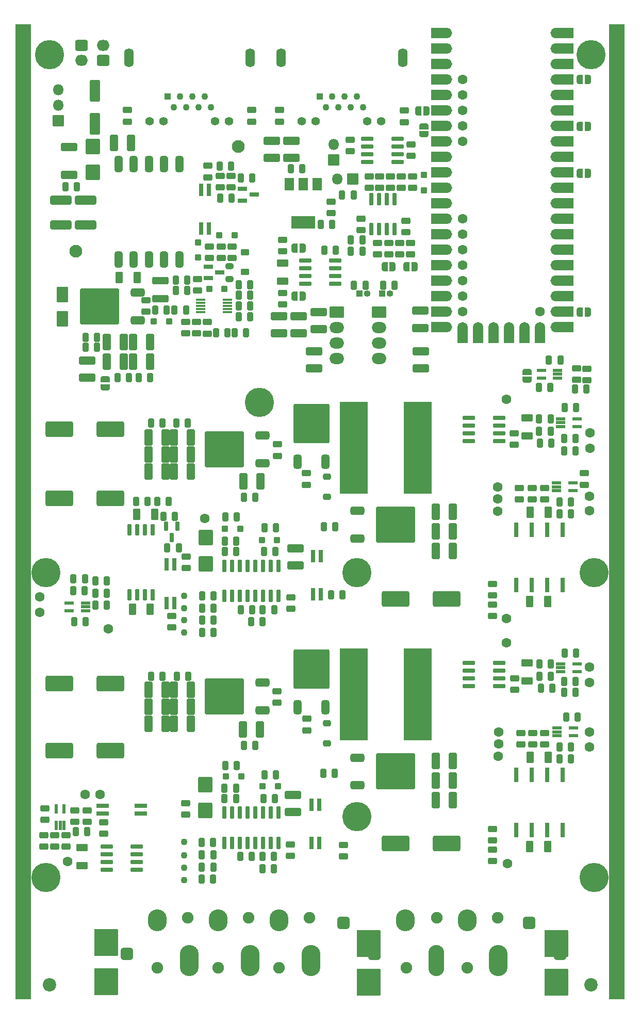
<source format=gts>
G04 #@! TF.GenerationSoftware,KiCad,Pcbnew,7.0.2-6a45011f42~172~ubuntu20.04.1*
G04 #@! TF.CreationDate,2023-06-13T08:46:41+02:00*
G04 #@! TF.ProjectId,Power,506f7765-722e-46b6-9963-61645f706362,rev?*
G04 #@! TF.SameCoordinates,Original*
G04 #@! TF.FileFunction,Soldermask,Top*
G04 #@! TF.FilePolarity,Negative*
%FSLAX46Y46*%
G04 Gerber Fmt 4.6, Leading zero omitted, Abs format (unit mm)*
G04 Created by KiCad (PCBNEW 7.0.2-6a45011f42~172~ubuntu20.04.1) date 2023-06-13 08:46:41*
%MOMM*%
%LPD*%
G01*
G04 APERTURE LIST*
G04 Aperture macros list*
%AMRoundRect*
0 Rectangle with rounded corners*
0 $1 Rounding radius*
0 $2 $3 $4 $5 $6 $7 $8 $9 X,Y pos of 4 corners*
0 Add a 4 corners polygon primitive as box body*
4,1,4,$2,$3,$4,$5,$6,$7,$8,$9,$2,$3,0*
0 Add four circle primitives for the rounded corners*
1,1,$1+$1,$2,$3*
1,1,$1+$1,$4,$5*
1,1,$1+$1,$6,$7*
1,1,$1+$1,$8,$9*
0 Add four rect primitives between the rounded corners*
20,1,$1+$1,$2,$3,$4,$5,0*
20,1,$1+$1,$4,$5,$6,$7,0*
20,1,$1+$1,$6,$7,$8,$9,0*
20,1,$1+$1,$8,$9,$2,$3,0*%
%AMFreePoly0*
4,1,35,0.535355,0.785355,0.550000,0.750000,0.550000,-0.750000,0.535355,-0.785355,0.500000,-0.800000,0.000000,-0.800000,-0.012286,-0.794911,-0.071157,-0.794911,-0.085244,-0.792886,-0.221795,-0.752791,-0.234740,-0.746879,-0.354462,-0.669938,-0.365217,-0.660618,-0.458414,-0.553063,-0.466109,-0.541091,-0.525228,-0.411637,-0.529237,-0.397982,-0.549491,-0.257116,-0.550000,-0.250000,-0.550000,0.250000,
-0.549491,0.257116,-0.529237,0.397982,-0.525228,0.411637,-0.466109,0.541091,-0.458414,0.553063,-0.365217,0.660618,-0.354462,0.669938,-0.234740,0.746879,-0.221795,0.752791,-0.085244,0.792886,-0.071157,0.794911,-0.012286,0.794911,0.000000,0.800000,0.500000,0.800000,0.535355,0.785355,0.535355,0.785355,$1*%
%AMFreePoly1*
4,1,35,0.012286,0.794911,0.071157,0.794911,0.085244,0.792886,0.221795,0.752791,0.234740,0.746879,0.354462,0.669938,0.365217,0.660618,0.458414,0.553063,0.466109,0.541091,0.525228,0.411637,0.529237,0.397982,0.549491,0.257116,0.550000,0.250000,0.550000,-0.250000,0.549491,-0.257116,0.529237,-0.397982,0.525228,-0.411637,0.466109,-0.541091,0.458414,-0.553063,0.365217,-0.660618,
0.354462,-0.669938,0.234740,-0.746879,0.221795,-0.752791,0.085244,-0.792886,0.071157,-0.794911,0.012286,-0.794911,0.000000,-0.800000,-0.500000,-0.800000,-0.535355,-0.785355,-0.550000,-0.750000,-0.550000,0.750000,-0.535355,0.785355,-0.500000,0.800000,0.000000,0.800000,0.012286,0.794911,0.012286,0.794911,$1*%
G04 Aperture macros list end*
%ADD10RoundRect,0.293750X0.243750X0.456250X-0.243750X0.456250X-0.243750X-0.456250X0.243750X-0.456250X0*%
%ADD11RoundRect,0.300000X0.375000X1.075000X-0.375000X1.075000X-0.375000X-1.075000X0.375000X-1.075000X0*%
%ADD12RoundRect,0.293750X-0.243750X-0.456250X0.243750X-0.456250X0.243750X0.456250X-0.243750X0.456250X0*%
%ADD13RoundRect,0.200000X0.150000X-0.825000X0.150000X0.825000X-0.150000X0.825000X-0.150000X-0.825000X0*%
%ADD14C,1.600000*%
%ADD15C,1.100000*%
%ADD16C,2.100000*%
%ADD17FreePoly0,0.000000*%
%ADD18FreePoly1,0.000000*%
%ADD19RoundRect,0.293750X0.456250X-0.243750X0.456250X0.243750X-0.456250X0.243750X-0.456250X-0.243750X0*%
%ADD20RoundRect,0.050000X-0.750000X-0.200000X0.750000X-0.200000X0.750000X0.200000X-0.750000X0.200000X0*%
%ADD21RoundRect,0.299999X1.450001X-0.450001X1.450001X0.450001X-1.450001X0.450001X-1.450001X-0.450001X0*%
%ADD22RoundRect,0.300000X-0.250000X0.250000X-0.250000X-0.250000X0.250000X-0.250000X0.250000X0.250000X0*%
%ADD23RoundRect,0.293750X-0.456250X0.243750X-0.456250X-0.243750X0.456250X-0.243750X0.456250X0.243750X0*%
%ADD24RoundRect,0.300000X0.350000X-0.850000X0.350000X0.850000X-0.350000X0.850000X-0.350000X-0.850000X0*%
%ADD25RoundRect,0.299997X2.650003X-2.950003X2.650003X2.950003X-2.650003X2.950003X-2.650003X-2.950003X0*%
%ADD26RoundRect,0.050000X0.700000X0.150000X-0.700000X0.150000X-0.700000X-0.150000X0.700000X-0.150000X0*%
%ADD27C,3.200000*%
%ADD28C,4.800000*%
%ADD29RoundRect,0.300000X-0.900000X1.000000X-0.900000X-1.000000X0.900000X-1.000000X0.900000X1.000000X0*%
%ADD30RoundRect,0.300000X1.950000X1.000000X-1.950000X1.000000X-1.950000X-1.000000X1.950000X-1.000000X0*%
%ADD31FreePoly0,270.000000*%
%ADD32FreePoly1,270.000000*%
%ADD33RoundRect,0.300000X1.075000X-0.362500X1.075000X0.362500X-1.075000X0.362500X-1.075000X-0.362500X0*%
%ADD34RoundRect,0.300000X0.850000X0.350000X-0.850000X0.350000X-0.850000X-0.350000X0.850000X-0.350000X0*%
%ADD35RoundRect,0.299997X2.950003X2.650003X-2.950003X2.650003X-2.950003X-2.650003X2.950003X-2.650003X0*%
%ADD36RoundRect,0.300000X-0.325000X-0.650000X0.325000X-0.650000X0.325000X0.650000X-0.325000X0.650000X0*%
%ADD37RoundRect,0.300000X1.075000X-0.375000X1.075000X0.375000X-1.075000X0.375000X-1.075000X-0.375000X0*%
%ADD38RoundRect,0.200000X-0.825000X-0.150000X0.825000X-0.150000X0.825000X0.150000X-0.825000X0.150000X0*%
%ADD39RoundRect,0.300000X0.250000X0.250000X-0.250000X0.250000X-0.250000X-0.250000X0.250000X-0.250000X0*%
%ADD40RoundRect,0.050000X0.750000X0.200000X-0.750000X0.200000X-0.750000X-0.200000X0.750000X-0.200000X0*%
%ADD41FreePoly0,90.000000*%
%ADD42FreePoly1,90.000000*%
%ADD43RoundRect,0.300000X-0.375000X-1.075000X0.375000X-1.075000X0.375000X1.075000X-0.375000X1.075000X0*%
%ADD44RoundRect,0.050000X-1.125000X0.875000X-1.125000X-0.875000X1.125000X-0.875000X1.125000X0.875000X0*%
%ADD45O,2.350000X1.850000*%
%ADD46RoundRect,0.300000X-0.250000X-0.250000X0.250000X-0.250000X0.250000X0.250000X-0.250000X0.250000X0*%
%ADD47RoundRect,0.300000X-0.650000X0.325000X-0.650000X-0.325000X0.650000X-0.325000X0.650000X0.325000X0*%
%ADD48RoundRect,0.300000X0.650000X-0.325000X0.650000X0.325000X-0.650000X0.325000X-0.650000X-0.325000X0*%
%ADD49RoundRect,0.050000X-0.500000X-0.500000X0.500000X-0.500000X0.500000X0.500000X-0.500000X0.500000X0*%
%ADD50C,1.400000*%
%ADD51O,1.600000X3.100000*%
%ADD52FreePoly0,180.000000*%
%ADD53FreePoly1,180.000000*%
%ADD54RoundRect,0.300000X-0.850000X-0.350000X0.850000X-0.350000X0.850000X0.350000X-0.850000X0.350000X0*%
%ADD55RoundRect,0.299997X-2.950003X-2.650003X2.950003X-2.650003X2.950003X2.650003X-2.950003X2.650003X0*%
%ADD56RoundRect,0.050000X-0.320000X1.000000X-0.320000X-1.000000X0.320000X-1.000000X0.320000X1.000000X0*%
%ADD57RoundRect,0.050000X1.000000X-0.800000X1.000000X0.800000X-1.000000X0.800000X-1.000000X-0.800000X0*%
%ADD58O,2.500000X1.700000*%
%ADD59RoundRect,0.050000X-1.000000X0.800000X-1.000000X-0.800000X1.000000X-0.800000X1.000000X0.800000X0*%
%ADD60RoundRect,0.050000X0.800000X1.000000X-0.800000X1.000000X-0.800000X-1.000000X0.800000X-1.000000X0*%
%ADD61O,1.700000X2.500000*%
%ADD62RoundRect,0.300000X-1.075000X0.312500X-1.075000X-0.312500X1.075000X-0.312500X1.075000X0.312500X0*%
%ADD63RoundRect,0.050000X-0.850000X0.850000X-0.850000X-0.850000X0.850000X-0.850000X0.850000X0.850000X0*%
%ADD64O,1.800000X1.800000*%
%ADD65RoundRect,0.200000X0.825000X0.150000X-0.825000X0.150000X-0.825000X-0.150000X0.825000X-0.150000X0*%
%ADD66RoundRect,0.300000X0.550000X-1.500000X0.550000X1.500000X-0.550000X1.500000X-0.550000X-1.500000X0*%
%ADD67RoundRect,0.200000X-0.150000X0.587500X-0.150000X-0.587500X0.150000X-0.587500X0.150000X0.587500X0*%
%ADD68RoundRect,0.300000X-0.750000X0.600000X-0.750000X-0.600000X0.750000X-0.600000X0.750000X0.600000X0*%
%ADD69O,2.100000X1.800000*%
%ADD70RoundRect,0.300000X-1.075000X0.375000X-1.075000X-0.375000X1.075000X-0.375000X1.075000X0.375000X0*%
%ADD71RoundRect,0.050000X-1.905000X2.120000X-1.905000X-2.120000X1.905000X-2.120000X1.905000X2.120000X0*%
%ADD72RoundRect,0.200000X-0.150000X0.825000X-0.150000X-0.825000X0.150000X-0.825000X0.150000X0.825000X0*%
%ADD73RoundRect,0.300000X0.750000X-0.600000X0.750000X0.600000X-0.750000X0.600000X-0.750000X-0.600000X0*%
%ADD74RoundRect,0.212500X0.162500X-1.012500X0.162500X1.012500X-0.162500X1.012500X-0.162500X-1.012500X0*%
%ADD75RoundRect,0.050000X0.320000X-1.000000X0.320000X1.000000X-0.320000X1.000000X-0.320000X-1.000000X0*%
%ADD76RoundRect,0.268750X0.381250X-0.218750X0.381250X0.218750X-0.381250X0.218750X-0.381250X-0.218750X0*%
%ADD77RoundRect,0.200000X-0.150000X0.750000X-0.150000X-0.750000X0.150000X-0.750000X0.150000X0.750000X0*%
%ADD78RoundRect,0.050000X1.905000X-2.120000X1.905000X2.120000X-1.905000X2.120000X-1.905000X-2.120000X0*%
%ADD79RoundRect,0.300000X0.250000X-0.250000X0.250000X0.250000X-0.250000X0.250000X-0.250000X-0.250000X0*%
%ADD80RoundRect,0.200000X-0.587500X-0.150000X0.587500X-0.150000X0.587500X0.150000X-0.587500X0.150000X0*%
%ADD81RoundRect,0.300000X0.325000X0.650000X-0.325000X0.650000X-0.325000X-0.650000X0.325000X-0.650000X0*%
%ADD82RoundRect,0.050000X-0.600000X0.450000X-0.600000X-0.450000X0.600000X-0.450000X0.600000X0.450000X0*%
%ADD83RoundRect,0.275000X0.375000X-0.225000X0.375000X0.225000X-0.375000X0.225000X-0.375000X-0.225000X0*%
%ADD84C,0.900000*%
%ADD85RoundRect,0.050000X-1.250000X-80.000000X1.250000X-80.000000X1.250000X80.000000X-1.250000X80.000000X0*%
%ADD86RoundRect,0.050000X0.850000X0.850000X-0.850000X0.850000X-0.850000X-0.850000X0.850000X-0.850000X0*%
%ADD87RoundRect,0.050000X-2.250000X7.500000X-2.250000X-7.500000X2.250000X-7.500000X2.250000X7.500000X0*%
%ADD88RoundRect,0.050000X-1.000000X-0.320000X1.000000X-0.320000X1.000000X0.320000X-1.000000X0.320000X0*%
%ADD89C,2.200000*%
%ADD90RoundRect,0.550000X0.500000X0.500000X-0.500000X0.500000X-0.500000X-0.500000X0.500000X-0.500000X0*%
%ADD91C,1.903400*%
%ADD92O,3.100000X3.600000*%
%ADD93O,3.100000X5.100000*%
%ADD94O,2.600000X5.100000*%
%ADD95RoundRect,0.050000X0.200000X-0.750000X0.200000X0.750000X-0.200000X0.750000X-0.200000X-0.750000X0*%
%ADD96RoundRect,0.355000X-0.305000X-0.965000X0.305000X-0.965000X0.305000X0.965000X-0.305000X0.965000X0*%
%ADD97RoundRect,0.300000X0.650000X-1.000000X0.650000X1.000000X-0.650000X1.000000X-0.650000X-1.000000X0*%
%ADD98RoundRect,0.050000X-0.750000X1.000000X-0.750000X-1.000000X0.750000X-1.000000X0.750000X1.000000X0*%
%ADD99RoundRect,0.050000X-1.900000X1.000000X-1.900000X-1.000000X1.900000X-1.000000X1.900000X1.000000X0*%
%ADD100RoundRect,0.050000X-0.500000X0.500000X-0.500000X-0.500000X0.500000X-0.500000X0.500000X0.500000X0*%
%ADD101O,1.100000X1.100000*%
G04 APERTURE END LIST*
D10*
G04 #@! TO.C,C532*
X129805500Y-81600000D03*
X127930500Y-81600000D03*
G04 #@! TD*
D11*
G04 #@! TO.C,C329*
X66600000Y-131200000D03*
X63800000Y-131200000D03*
G04 #@! TD*
D12*
G04 #@! TO.C,C103*
X51662500Y-120000000D03*
X53537500Y-120000000D03*
G04 #@! TD*
D11*
G04 #@! TO.C,C309*
X113778750Y-142900000D03*
X110978750Y-142900000D03*
G04 #@! TD*
D10*
G04 #@! TO.C,R307*
X84390000Y-158542500D03*
X82515000Y-158542500D03*
G04 #@! TD*
D13*
G04 #@! TO.C,U203*
X76315000Y-115812500D03*
X77585000Y-115812500D03*
X78855000Y-115812500D03*
X80125000Y-115812500D03*
X81395000Y-115812500D03*
X82665000Y-115812500D03*
X83935000Y-115812500D03*
X85205000Y-115812500D03*
X85205000Y-110862500D03*
X83935000Y-110862500D03*
X82665000Y-110862500D03*
X81395000Y-110862500D03*
X80125000Y-110862500D03*
X78855000Y-110862500D03*
X77585000Y-110862500D03*
X76315000Y-110862500D03*
G04 #@! TD*
D10*
G04 #@! TO.C,R419*
X98937500Y-57400000D03*
X97062500Y-57400000D03*
G04 #@! TD*
D14*
G04 #@! TO.C,TP104*
X55880000Y-148400000D03*
G04 #@! TD*
D12*
G04 #@! TO.C,C505*
X78662500Y-66450000D03*
X80537500Y-66450000D03*
G04 #@! TD*
D15*
G04 #@! TO.C,TP311*
X69650000Y-160400000D03*
G04 #@! TD*
D16*
G04 #@! TO.C,VOUT_GND501*
X78550000Y-42000000D03*
G04 #@! TD*
D17*
G04 #@! TO.C,JP417*
X134650000Y-38700000D03*
D18*
X135950000Y-38700000D03*
G04 #@! TD*
D19*
G04 #@! TO.C,R326*
X56450000Y-154837500D03*
X56450000Y-152962500D03*
G04 #@! TD*
D20*
G04 #@! TO.C,U305*
X131520000Y-126917500D03*
X131520000Y-127567500D03*
X131520000Y-128217500D03*
X134180000Y-128217500D03*
X134180000Y-126917500D03*
G04 #@! TD*
D21*
G04 #@! TO.C,C512*
X53500000Y-54940000D03*
X53500000Y-50840000D03*
G04 #@! TD*
D22*
G04 #@! TO.C,D403*
X109050000Y-46700000D03*
X109050000Y-49200000D03*
G04 #@! TD*
D11*
G04 #@! TO.C,C209*
X113825000Y-102012500D03*
X111025000Y-102012500D03*
G04 #@! TD*
D12*
G04 #@! TO.C,C316*
X82702500Y-149030000D03*
X84577500Y-149030000D03*
G04 #@! TD*
D23*
G04 #@! TO.C,C402*
X106850000Y-57862500D03*
X106850000Y-59737500D03*
G04 #@! TD*
D24*
G04 #@! TO.C,Q302*
X88300000Y-134100000D03*
D25*
X90580000Y-127800000D03*
D24*
X92860000Y-134100000D03*
G04 #@! TD*
D23*
G04 #@! TO.C,C117*
X46850000Y-150662500D03*
X46850000Y-152537500D03*
G04 #@! TD*
D10*
G04 #@! TO.C,C208*
X74500000Y-121800000D03*
X72625000Y-121800000D03*
G04 #@! TD*
D26*
G04 #@! TO.C,U501*
X76800000Y-69200000D03*
X76800000Y-68700000D03*
X76800000Y-68200000D03*
X76800000Y-67700000D03*
X76800000Y-67200000D03*
X72400000Y-67200000D03*
X72400000Y-67700000D03*
X72400000Y-68200000D03*
X72400000Y-68700000D03*
X72400000Y-69200000D03*
G04 #@! TD*
D27*
G04 #@! TO.C,H101*
X137000000Y-162000000D03*
D28*
X137000000Y-162000000D03*
G04 #@! TD*
D19*
G04 #@! TO.C,R324*
X95800000Y-158537500D03*
X95800000Y-156662500D03*
G04 #@! TD*
D23*
G04 #@! TO.C,R514*
X75587500Y-46865000D03*
X75587500Y-48740000D03*
G04 #@! TD*
D29*
G04 #@! TO.C,D201*
X73200000Y-106250000D03*
X73200000Y-110550000D03*
G04 #@! TD*
D23*
G04 #@! TO.C,R303*
X120315000Y-157442500D03*
X120315000Y-159317500D03*
G04 #@! TD*
D14*
G04 #@! TO.C,TP307*
X121250000Y-142100000D03*
G04 #@! TD*
D30*
G04 #@! TO.C,C330*
X57600000Y-141200000D03*
X49200000Y-141200000D03*
G04 #@! TD*
D31*
G04 #@! TO.C,JP502*
X126000000Y-79000000D03*
D32*
X126000000Y-80300000D03*
G04 #@! TD*
D15*
G04 #@! TO.C,TP310*
X69650000Y-158400000D03*
G04 #@! TD*
D33*
G04 #@! TO.C,R513*
X50750000Y-46712500D03*
X50750000Y-42087500D03*
G04 #@! TD*
D11*
G04 #@! TO.C,C324*
X70800000Y-136800000D03*
X68000000Y-136800000D03*
G04 #@! TD*
D15*
G04 #@! TO.C,TP312*
X69650000Y-162400000D03*
G04 #@! TD*
D12*
G04 #@! TO.C,R316*
X82862500Y-145200000D03*
X84737500Y-145200000D03*
G04 #@! TD*
D34*
G04 #@! TO.C,Q502*
X62065000Y-70580000D03*
D35*
X55765000Y-68300000D03*
D34*
X62065000Y-66020000D03*
G04 #@! TD*
D14*
G04 #@! TO.C,TP304*
X136250000Y-127460000D03*
G04 #@! TD*
D30*
G04 #@! TO.C,C203*
X112800000Y-116300000D03*
X104400000Y-116300000D03*
G04 #@! TD*
D12*
G04 #@! TO.C,R213*
X131308750Y-100337500D03*
X133183750Y-100337500D03*
G04 #@! TD*
D23*
G04 #@! TO.C,R415*
X101450000Y-57862500D03*
X101450000Y-59737500D03*
G04 #@! TD*
D12*
G04 #@! TO.C,R318*
X128252500Y-130967500D03*
X130127500Y-130967500D03*
G04 #@! TD*
D10*
G04 #@! TO.C,R410*
X97487500Y-50000000D03*
X95612500Y-50000000D03*
G04 #@! TD*
D36*
G04 #@! TO.C,C304*
X126496250Y-142305000D03*
X129446250Y-142305000D03*
G04 #@! TD*
D37*
G04 #@! TO.C,C524*
X91000000Y-78450000D03*
X91000000Y-75650000D03*
G04 #@! TD*
D27*
G04 #@! TO.C,H107*
X47550000Y-27000000D03*
D28*
X47550000Y-27000000D03*
G04 #@! TD*
D14*
G04 #@! TO.C,TP305*
X121280000Y-138100000D03*
G04 #@! TD*
D27*
G04 #@! TO.C,H104*
X47000000Y-112000000D03*
D28*
X47000000Y-112000000D03*
G04 #@! TD*
D23*
G04 #@! TO.C,C508*
X69950000Y-70815000D03*
X69950000Y-72690000D03*
G04 #@! TD*
D19*
G04 #@! TO.C,R116*
X51731250Y-152837500D03*
X51731250Y-150962500D03*
G04 #@! TD*
D12*
G04 #@! TO.C,R204*
X72650000Y-117800000D03*
X74525000Y-117800000D03*
G04 #@! TD*
D37*
G04 #@! TO.C,C526*
X108500000Y-78450000D03*
X108500000Y-75650000D03*
G04 #@! TD*
D38*
G04 #@! TO.C,U302*
X116425000Y-126812500D03*
X116425000Y-128082500D03*
X116425000Y-129352500D03*
X116425000Y-130622500D03*
X121375000Y-130622500D03*
X121375000Y-129352500D03*
X121375000Y-128082500D03*
X121375000Y-126812500D03*
G04 #@! TD*
D13*
G04 #@! TO.C,U303*
X76255000Y-156305000D03*
X77525000Y-156305000D03*
X78795000Y-156305000D03*
X80065000Y-156305000D03*
X81335000Y-156305000D03*
X82605000Y-156305000D03*
X83875000Y-156305000D03*
X85145000Y-156305000D03*
X85145000Y-151355000D03*
X83875000Y-151355000D03*
X82605000Y-151355000D03*
X81335000Y-151355000D03*
X80065000Y-151355000D03*
X78795000Y-151355000D03*
X77525000Y-151355000D03*
X76255000Y-151355000D03*
G04 #@! TD*
D19*
G04 #@! TO.C,R512*
X73850000Y-60337500D03*
X73850000Y-58462500D03*
G04 #@! TD*
D39*
G04 #@! TO.C,D505*
X77950000Y-56600000D03*
X75450000Y-56600000D03*
G04 #@! TD*
D40*
G04 #@! TO.C,U506*
X131000000Y-80050000D03*
X131000000Y-79400000D03*
X131000000Y-78750000D03*
X128340000Y-78750000D03*
X128340000Y-80050000D03*
G04 #@! TD*
D14*
G04 #@! TO.C,TP202*
X136250000Y-99400000D03*
G04 #@! TD*
D23*
G04 #@! TO.C,R203*
X120290000Y-117225000D03*
X120290000Y-119100000D03*
G04 #@! TD*
G04 #@! TO.C,C531*
X135800000Y-78500000D03*
X135800000Y-80375000D03*
G04 #@! TD*
D41*
G04 #@! TO.C,JP404*
X109050000Y-40000000D03*
D42*
X109050000Y-38700000D03*
G04 #@! TD*
D11*
G04 #@! TO.C,C312*
X113778750Y-149300000D03*
X110978750Y-149300000D03*
G04 #@! TD*
D43*
G04 #@! TO.C,C223*
X79400000Y-97000000D03*
X82200000Y-97000000D03*
G04 #@! TD*
D11*
G04 #@! TO.C,C327*
X66600000Y-134000000D03*
X63800000Y-134000000D03*
G04 #@! TD*
D23*
G04 #@! TO.C,R413*
X100050000Y-46925000D03*
X100050000Y-48800000D03*
G04 #@! TD*
D44*
G04 #@! TO.C,PS502*
X101657500Y-69180000D03*
D45*
X101657500Y-71720000D03*
X101657500Y-74260000D03*
X101657500Y-76800000D03*
G04 #@! TD*
D23*
G04 #@! TO.C,R420*
X98750000Y-53862500D03*
X98750000Y-55737500D03*
G04 #@! TD*
G04 #@! TO.C,C413*
X106053125Y-54212500D03*
X106053125Y-56087500D03*
G04 #@! TD*
D10*
G04 #@! TO.C,R225*
X94462500Y-104450000D03*
X92587500Y-104450000D03*
G04 #@! TD*
G04 #@! TO.C,R206*
X66137500Y-87400000D03*
X64262500Y-87400000D03*
G04 #@! TD*
D12*
G04 #@! TO.C,R218*
X128077500Y-90750000D03*
X129952500Y-90750000D03*
G04 #@! TD*
D30*
G04 #@! TO.C,C231*
X57600000Y-99800000D03*
X49200000Y-99800000D03*
G04 #@! TD*
D12*
G04 #@! TO.C,C219*
X76372500Y-106800000D03*
X78247500Y-106800000D03*
G04 #@! TD*
D46*
G04 #@! TO.C,D303*
X82550000Y-147000000D03*
X85050000Y-147000000D03*
G04 #@! TD*
D47*
G04 #@! TO.C,C124*
X52950000Y-157100000D03*
X52950000Y-160050000D03*
G04 #@! TD*
D48*
G04 #@! TO.C,C314*
X126002500Y-129742500D03*
X126002500Y-126792500D03*
G04 #@! TD*
D14*
G04 #@! TO.C,TP103*
X53390000Y-148400000D03*
G04 #@! TD*
D30*
G04 #@! TO.C,C230*
X57600000Y-88400000D03*
X49200000Y-88400000D03*
G04 #@! TD*
D43*
G04 #@! TO.C,C518*
X61300000Y-77300000D03*
X64100000Y-77300000D03*
G04 #@! TD*
D49*
G04 #@! TO.C,J404*
X91950000Y-33850000D03*
D15*
X92966000Y-35630000D03*
X93982000Y-33850000D03*
X94998000Y-35630000D03*
X96014000Y-33850000D03*
X97030000Y-35630000D03*
X98046000Y-33850000D03*
X99062000Y-35630000D03*
D50*
X88965500Y-37914000D03*
X91251500Y-37914000D03*
X99760500Y-37914000D03*
X102046500Y-37914000D03*
D51*
X85600000Y-27500000D03*
X105539000Y-27500000D03*
G04 #@! TD*
D29*
G04 #@! TO.C,D507*
X54650000Y-42000000D03*
X54650000Y-46300000D03*
G04 #@! TD*
D14*
G04 #@! TO.C,TP309*
X122750000Y-159700000D03*
G04 #@! TD*
D19*
G04 #@! TO.C,R209*
X128850000Y-99962500D03*
X128850000Y-98087500D03*
G04 #@! TD*
G04 #@! TO.C,R320*
X89800000Y-137837500D03*
X89800000Y-135962500D03*
G04 #@! TD*
G04 #@! TO.C,R417*
X101750000Y-48800000D03*
X101750000Y-46925000D03*
G04 #@! TD*
G04 #@! TO.C,R310*
X124950000Y-140180000D03*
X124950000Y-138305000D03*
G04 #@! TD*
D12*
G04 #@! TO.C,R503*
X78662500Y-68200000D03*
X80537500Y-68200000D03*
G04 #@! TD*
D52*
G04 #@! TO.C,JP412*
X135950000Y-69200000D03*
D53*
X134650000Y-69200000D03*
G04 #@! TD*
D12*
G04 #@! TO.C,R217*
X127962500Y-88750000D03*
X129837500Y-88750000D03*
G04 #@! TD*
D54*
G04 #@! TO.C,Q303*
X98125000Y-142325000D03*
D55*
X104425000Y-144605000D03*
D54*
X98125000Y-146885000D03*
G04 #@! TD*
D17*
G04 #@! TO.C,JP414*
X134650000Y-31000000D03*
D18*
X135950000Y-31000000D03*
G04 #@! TD*
D12*
G04 #@! TO.C,NTC501*
X78662500Y-64700000D03*
X80537500Y-64700000D03*
G04 #@! TD*
D23*
G04 #@! TO.C,R401*
X96950000Y-40905000D03*
X96950000Y-42780000D03*
G04 #@! TD*
D56*
G04 #@! TO.C,U502*
X73735000Y-49165000D03*
X72465000Y-49165000D03*
X72465000Y-55465000D03*
X73735000Y-55465000D03*
G04 #@! TD*
D23*
G04 #@! TO.C,R405*
X85350000Y-36062500D03*
X85350000Y-37937500D03*
G04 #@! TD*
D37*
G04 #@! TO.C,F501*
X84100000Y-43900000D03*
X84100000Y-41100000D03*
G04 #@! TD*
D12*
G04 #@! TO.C,C311*
X82552500Y-160542500D03*
X84427500Y-160542500D03*
G04 #@! TD*
D57*
G04 #@! TO.C,U401*
X111270000Y-23440000D03*
D58*
X112470000Y-23440000D03*
D57*
X111270000Y-25980000D03*
D58*
X112470000Y-25980000D03*
D57*
X111270000Y-28520000D03*
D58*
X112470000Y-28520000D03*
D57*
X111270000Y-31060000D03*
D58*
X112470000Y-31060000D03*
D57*
X111270000Y-33600000D03*
D58*
X112470000Y-33600000D03*
D57*
X111270000Y-36140000D03*
D58*
X112470000Y-36140000D03*
D57*
X111270000Y-38680000D03*
D58*
X112470000Y-38680000D03*
D57*
X111270000Y-41220000D03*
D58*
X112470000Y-41220000D03*
D57*
X111270000Y-43760000D03*
D58*
X112470000Y-43760000D03*
D57*
X111270000Y-46300000D03*
D58*
X112470000Y-46300000D03*
D57*
X111270000Y-48840000D03*
D58*
X112470000Y-48840000D03*
D57*
X111270000Y-51380000D03*
D58*
X112470000Y-51380000D03*
D57*
X111270000Y-53920000D03*
D58*
X112470000Y-53920000D03*
D57*
X111270000Y-56460000D03*
D58*
X112470000Y-56460000D03*
D57*
X111270000Y-59000000D03*
D58*
X112470000Y-59000000D03*
D57*
X111270000Y-61540000D03*
D58*
X112470000Y-61540000D03*
D57*
X111270000Y-64080000D03*
D58*
X112470000Y-64080000D03*
D57*
X111270000Y-66620000D03*
D58*
X112470000Y-66620000D03*
D57*
X111260000Y-69160000D03*
D58*
X112470000Y-69160000D03*
D57*
X111260000Y-71700000D03*
D58*
X112470000Y-71700000D03*
X131050000Y-71700000D03*
D59*
X132600000Y-71700000D03*
D58*
X131050000Y-69160000D03*
D59*
X132600000Y-69160000D03*
D58*
X131050000Y-66620000D03*
D59*
X132600000Y-66620000D03*
D58*
X131050000Y-64080000D03*
D59*
X132600000Y-64080000D03*
D58*
X131050000Y-61540000D03*
D59*
X132600000Y-61540000D03*
D58*
X131050000Y-59000000D03*
D59*
X132600000Y-59000000D03*
D58*
X131050000Y-56460000D03*
D59*
X132600000Y-56460000D03*
D58*
X131050000Y-53920000D03*
D59*
X132600000Y-53920000D03*
D58*
X131050000Y-51380000D03*
D59*
X132600000Y-51380000D03*
D58*
X131050000Y-48840000D03*
D59*
X132600000Y-48840000D03*
D58*
X131050000Y-46300000D03*
D59*
X132600000Y-46300000D03*
D58*
X131050000Y-43760000D03*
D59*
X132600000Y-43760000D03*
D58*
X131050000Y-41220000D03*
D59*
X132600000Y-41220000D03*
D58*
X131050000Y-38680000D03*
D59*
X132600000Y-38680000D03*
D58*
X131050000Y-36140000D03*
D59*
X132600000Y-36140000D03*
D58*
X131050000Y-33600000D03*
D59*
X132600000Y-33600000D03*
D58*
X131050000Y-31060000D03*
D59*
X132600000Y-31060000D03*
D58*
X131050000Y-28520000D03*
D59*
X132600000Y-28520000D03*
D58*
X131050000Y-25980000D03*
D59*
X132600000Y-25980000D03*
D58*
X131050000Y-23440000D03*
D59*
X132600000Y-23440000D03*
D14*
X115410000Y-31060000D03*
X115410000Y-33600000D03*
X115410000Y-36140000D03*
X115410000Y-38680000D03*
X115410000Y-41220000D03*
X115410000Y-53920000D03*
X115410000Y-56460000D03*
X115410000Y-59000000D03*
X115410000Y-61540000D03*
X115410000Y-64080000D03*
X115410000Y-66620000D03*
X115410000Y-69160000D03*
D60*
X115410000Y-73300000D03*
D61*
X115410000Y-72100000D03*
D60*
X117950000Y-73300000D03*
D61*
X117950000Y-72100000D03*
D60*
X120490000Y-73300000D03*
D61*
X120490000Y-72100000D03*
D60*
X123030000Y-73300000D03*
D61*
X123030000Y-72100000D03*
D60*
X125570000Y-73300000D03*
D61*
X125570000Y-72100000D03*
D60*
X128110000Y-73300000D03*
D61*
X128110000Y-72100000D03*
D14*
X128110000Y-69160000D03*
G04 #@! TD*
D62*
G04 #@! TO.C,R510*
X65800000Y-64077500D03*
X65800000Y-67002500D03*
G04 #@! TD*
D63*
G04 #@! TO.C,JP403*
X97350000Y-47400000D03*
D64*
X94810000Y-47400000D03*
G04 #@! TD*
D65*
G04 #@! TO.C,U405*
X94500000Y-64550000D03*
X94500000Y-63280000D03*
X94500000Y-62010000D03*
X94500000Y-60740000D03*
X89550000Y-60740000D03*
X89550000Y-62010000D03*
X89550000Y-63280000D03*
X89550000Y-64550000D03*
G04 #@! TD*
D19*
G04 #@! TO.C,R308*
X126871250Y-140180000D03*
X126871250Y-138305000D03*
G04 #@! TD*
G04 #@! TO.C,R208*
X126846250Y-99962500D03*
X126846250Y-98087500D03*
G04 #@! TD*
D10*
G04 #@! TO.C,R104*
X56987500Y-113325000D03*
X55112500Y-113325000D03*
G04 #@! TD*
D14*
G04 #@! TO.C,TP205*
X121150000Y-97900000D03*
G04 #@! TD*
D23*
G04 #@! TO.C,R411*
X85825000Y-66080000D03*
X85825000Y-67955000D03*
G04 #@! TD*
D27*
G04 #@! TO.C,H108*
X136450000Y-27000000D03*
D28*
X136450000Y-27000000D03*
G04 #@! TD*
D12*
G04 #@! TO.C,C525*
X66912500Y-107900000D03*
X68787500Y-107900000D03*
G04 #@! TD*
D11*
G04 #@! TO.C,C229*
X66600000Y-89800000D03*
X63800000Y-89800000D03*
G04 #@! TD*
D10*
G04 #@! TO.C,R111*
X53787500Y-154500000D03*
X51912500Y-154500000D03*
G04 #@! TD*
D12*
G04 #@! TO.C,R323*
X132077500Y-129800000D03*
X133952500Y-129800000D03*
G04 #@! TD*
D66*
G04 #@! TO.C,C521*
X55050000Y-38300000D03*
X55050000Y-32900000D03*
G04 #@! TD*
D67*
G04 #@! TO.C,U504*
X68600000Y-104362500D03*
X66700000Y-104362500D03*
X67650000Y-106237500D03*
G04 #@! TD*
D12*
G04 #@! TO.C,C215*
X131308750Y-102312500D03*
X133183750Y-102312500D03*
G04 #@! TD*
D10*
G04 #@! TO.C,R118*
X63682500Y-100300000D03*
X61807500Y-100300000D03*
G04 #@! TD*
D12*
G04 #@! TO.C,R305*
X72590000Y-160292500D03*
X74465000Y-160292500D03*
G04 #@! TD*
G04 #@! TO.C,R317*
X128012500Y-128967500D03*
X129887500Y-128967500D03*
G04 #@! TD*
G04 #@! TO.C,C302*
X78927500Y-158542500D03*
X80802500Y-158542500D03*
G04 #@! TD*
D19*
G04 #@! TO.C,R511*
X75750000Y-60337500D03*
X75750000Y-58462500D03*
G04 #@! TD*
G04 #@! TO.C,C507*
X71850000Y-65637500D03*
X71850000Y-63762500D03*
G04 #@! TD*
D12*
G04 #@! TO.C,R520*
X133862500Y-81800000D03*
X135737500Y-81800000D03*
G04 #@! TD*
D36*
G04 #@! TO.C,C201*
X126371250Y-116687500D03*
X129321250Y-116687500D03*
G04 #@! TD*
D12*
G04 #@! TO.C,C315*
X131333750Y-142530000D03*
X133208750Y-142530000D03*
G04 #@! TD*
D68*
G04 #@! TO.C,J501*
X52800000Y-25400000D03*
D69*
X52800000Y-27900000D03*
G04 #@! TD*
D70*
G04 #@! TO.C,C218*
X88000000Y-108000000D03*
X88000000Y-110800000D03*
G04 #@! TD*
D11*
G04 #@! TO.C,C227*
X66600000Y-92600000D03*
X63800000Y-92600000D03*
G04 #@! TD*
D71*
G04 #@! TO.C,F101*
X100000000Y-172810000D03*
X100000000Y-179190000D03*
G04 #@! TD*
D11*
G04 #@! TO.C,C206*
X113825000Y-105212500D03*
X111025000Y-105212500D03*
G04 #@! TD*
D19*
G04 #@! TO.C,R226*
X67650000Y-120937500D03*
X67650000Y-119062500D03*
G04 #@! TD*
D23*
G04 #@! TO.C,C123*
X50250000Y-155062500D03*
X50250000Y-156937500D03*
G04 #@! TD*
D14*
G04 #@! TO.C,TP208*
X122550000Y-83500000D03*
G04 #@! TD*
D72*
G04 #@! TO.C,U406*
X104190000Y-50662500D03*
X102920000Y-50662500D03*
X101650000Y-50662500D03*
X100380000Y-50662500D03*
X100380000Y-55612500D03*
X101650000Y-55612500D03*
X102920000Y-55612500D03*
X104190000Y-55612500D03*
G04 #@! TD*
D10*
G04 #@! TO.C,C220*
X134015000Y-84900000D03*
X132140000Y-84900000D03*
G04 #@! TD*
D40*
G04 #@! TO.C,U102*
X53480000Y-118225000D03*
X53480000Y-117575000D03*
X53480000Y-116925000D03*
X50820000Y-116925000D03*
X50820000Y-118225000D03*
G04 #@! TD*
D12*
G04 #@! TO.C,R304*
X72590000Y-158292500D03*
X74465000Y-158292500D03*
G04 #@! TD*
D14*
G04 #@! TO.C,TP301*
X136250000Y-140600000D03*
G04 #@! TD*
D29*
G04 #@! TO.C,D301*
X73140000Y-146742500D03*
X73140000Y-151042500D03*
G04 #@! TD*
D73*
G04 #@! TO.C,J502*
X56400000Y-27900000D03*
D69*
X56400000Y-25400000D03*
G04 #@! TD*
D44*
G04 #@! TO.C,PS501*
X94750000Y-69180000D03*
D45*
X94750000Y-71720000D03*
X94750000Y-74260000D03*
X94750000Y-76800000D03*
G04 #@! TD*
D10*
G04 #@! TO.C,R502*
X76800000Y-72600000D03*
X74925000Y-72600000D03*
G04 #@! TD*
D11*
G04 #@! TO.C,C328*
X70800000Y-131200000D03*
X68000000Y-131200000D03*
G04 #@! TD*
D14*
G04 #@! TO.C,TP101*
X46000000Y-118500000D03*
G04 #@! TD*
D19*
G04 #@! TO.C,C310*
X123902500Y-131205000D03*
X123902500Y-129330000D03*
G04 #@! TD*
D12*
G04 #@! TO.C,C527*
X87212500Y-45700000D03*
X89087500Y-45700000D03*
G04 #@! TD*
D19*
G04 #@! TO.C,R220*
X89700000Y-97537500D03*
X89700000Y-95662500D03*
G04 #@! TD*
D11*
G04 #@! TO.C,C326*
X70800000Y-134000000D03*
X68000000Y-134000000D03*
G04 #@! TD*
D10*
G04 #@! TO.C,R506*
X70212500Y-64002500D03*
X68337500Y-64002500D03*
G04 #@! TD*
D46*
G04 #@! TO.C,D202*
X76400000Y-104800000D03*
X78900000Y-104800000D03*
G04 #@! TD*
D14*
G04 #@! TO.C,TP303*
X136250000Y-130000000D03*
G04 #@! TD*
D12*
G04 #@! TO.C,C519*
X58762500Y-80000000D03*
X60637500Y-80000000D03*
G04 #@! TD*
G04 #@! TO.C,R105*
X55112500Y-117325000D03*
X56987500Y-117325000D03*
G04 #@! TD*
D43*
G04 #@! TO.C,C515*
X58125000Y-41440000D03*
X60925000Y-41440000D03*
G04 #@! TD*
D30*
G04 #@! TO.C,C331*
X57600000Y-130200000D03*
X49200000Y-130200000D03*
G04 #@! TD*
D12*
G04 #@! TO.C,C319*
X76312500Y-147400000D03*
X78187500Y-147400000D03*
G04 #@! TD*
D14*
G04 #@! TO.C,TP201*
X136250000Y-101800000D03*
G04 #@! TD*
G04 #@! TO.C,TP302*
X136250000Y-138160000D03*
G04 #@! TD*
D12*
G04 #@! TO.C,C222*
X79462500Y-99600000D03*
X81337500Y-99600000D03*
G04 #@! TD*
D11*
G04 #@! TO.C,C306*
X113778750Y-146100000D03*
X110978750Y-146100000D03*
G04 #@! TD*
D21*
G04 #@! TO.C,C513*
X49400000Y-54940000D03*
X49400000Y-50840000D03*
G04 #@! TD*
D12*
G04 #@! TO.C,C528*
X66250000Y-102700000D03*
X68125000Y-102700000D03*
G04 #@! TD*
D70*
G04 #@! TO.C,C318*
X87540000Y-148492500D03*
X87540000Y-151292500D03*
G04 #@! TD*
D74*
G04 #@! TO.C,U301*
X124183750Y-154180000D03*
X126723750Y-154180000D03*
X129263750Y-154180000D03*
X131803750Y-154180000D03*
X131803750Y-145130000D03*
X129263750Y-145130000D03*
X126723750Y-145130000D03*
X124183750Y-145130000D03*
G04 #@! TD*
D30*
G04 #@! TO.C,C303*
X112800000Y-156400000D03*
X104400000Y-156400000D03*
G04 #@! TD*
D12*
G04 #@! TO.C,C322*
X79462500Y-140300000D03*
X81337500Y-140300000D03*
G04 #@! TD*
D23*
G04 #@! TO.C,R508*
X63400000Y-67262500D03*
X63400000Y-69137500D03*
G04 #@! TD*
D75*
G04 #@! TO.C,U306*
X90615000Y-156350000D03*
X91885000Y-156350000D03*
X91885000Y-150050000D03*
X90615000Y-150050000D03*
G04 #@! TD*
D14*
G04 #@! TO.C,TP306*
X121280000Y-140100000D03*
G04 #@! TD*
D15*
G04 #@! TO.C,TP213*
X69650000Y-115800000D03*
G04 #@! TD*
D76*
G04 #@! TO.C,L501*
X77150000Y-63762500D03*
X77150000Y-61637500D03*
G04 #@! TD*
D10*
G04 #@! TO.C,R207*
X84450000Y-118050000D03*
X82575000Y-118050000D03*
G04 #@! TD*
D23*
G04 #@! TO.C,R202*
X120290000Y-113825000D03*
X120290000Y-115700000D03*
G04 #@! TD*
D19*
G04 #@! TO.C,R515*
X73600000Y-47077500D03*
X73600000Y-45202500D03*
G04 #@! TD*
D23*
G04 #@! TO.C,R414*
X103550000Y-46925000D03*
X103550000Y-48800000D03*
G04 #@! TD*
D48*
G04 #@! TO.C,C214*
X125977500Y-89525000D03*
X125977500Y-86575000D03*
G04 #@! TD*
D12*
G04 #@! TO.C,C504*
X78662500Y-69950000D03*
X80537500Y-69950000D03*
G04 #@! TD*
D23*
G04 #@! TO.C,R409*
X85825000Y-57342500D03*
X85825000Y-59217500D03*
G04 #@! TD*
D14*
G04 #@! TO.C,TP308*
X122550000Y-123500000D03*
G04 #@! TD*
D46*
G04 #@! TO.C,D502*
X73800000Y-65400000D03*
X76300000Y-65400000D03*
G04 #@! TD*
D77*
G04 #@! TO.C,U101*
X64530000Y-104937500D03*
X63260000Y-104937500D03*
X61990000Y-104937500D03*
X60720000Y-104937500D03*
X60720000Y-115587500D03*
X61990000Y-115587500D03*
X63260000Y-115587500D03*
X64530000Y-115587500D03*
G04 #@! TD*
D14*
G04 #@! TO.C,TP106*
X50550000Y-159400000D03*
G04 #@! TD*
D78*
G04 #@! TO.C,F103*
X56900000Y-179090000D03*
X56900000Y-172710000D03*
G04 #@! TD*
D20*
G04 #@! TO.C,U205*
X131500000Y-86700000D03*
X131500000Y-87350000D03*
X131500000Y-88000000D03*
X134160000Y-88000000D03*
X134160000Y-86700000D03*
G04 #@! TD*
D43*
G04 #@! TO.C,C501*
X56987500Y-74100000D03*
X59787500Y-74100000D03*
G04 #@! TD*
D10*
G04 #@! TO.C,C320*
X134040000Y-125200000D03*
X132165000Y-125200000D03*
G04 #@! TD*
G04 #@! TO.C,R201*
X70275000Y-87400000D03*
X68400000Y-87400000D03*
G04 #@! TD*
D79*
G04 #@! TO.C,D506*
X71950000Y-60250000D03*
X71950000Y-57750000D03*
G04 #@! TD*
D23*
G04 #@! TO.C,R319*
X84925000Y-131417500D03*
X84925000Y-133292500D03*
G04 #@! TD*
G04 #@! TO.C,C411*
X103250000Y-57862500D03*
X103250000Y-59737500D03*
G04 #@! TD*
D37*
G04 #@! TO.C,C523*
X91750000Y-72000000D03*
X91750000Y-69200000D03*
G04 #@! TD*
D14*
G04 #@! TO.C,TP203*
X136300000Y-91600000D03*
G04 #@! TD*
D37*
G04 #@! TO.C,C530*
X108450000Y-71800000D03*
X108450000Y-69000000D03*
G04 #@! TD*
D19*
G04 #@! TO.C,C503*
X73450000Y-72727500D03*
X73450000Y-70852500D03*
G04 #@! TD*
D23*
G04 #@! TO.C,R302*
X120315000Y-154042500D03*
X120315000Y-155917500D03*
G04 #@! TD*
G04 #@! TO.C,C205*
X87200000Y-116062500D03*
X87200000Y-117937500D03*
G04 #@! TD*
D16*
G04 #@! TO.C,GND501*
X51900000Y-59240000D03*
G04 #@! TD*
D10*
G04 #@! TO.C,R501*
X79837500Y-72600000D03*
X77962500Y-72600000D03*
G04 #@! TD*
D12*
G04 #@! TO.C,C321*
X132077500Y-131600000D03*
X133952500Y-131600000D03*
G04 #@! TD*
D23*
G04 #@! TO.C,C213*
X135350000Y-95662500D03*
X135350000Y-97537500D03*
G04 #@! TD*
D19*
G04 #@! TO.C,R210*
X124746250Y-99962500D03*
X124746250Y-98087500D03*
G04 #@! TD*
D10*
G04 #@! TO.C,R301*
X70337500Y-129000000D03*
X68462500Y-129000000D03*
G04 #@! TD*
D15*
G04 #@! TO.C,TP211*
X69650000Y-119800000D03*
G04 #@! TD*
D23*
G04 #@! TO.C,R115*
X48450000Y-155062500D03*
X48450000Y-156937500D03*
G04 #@! TD*
G04 #@! TO.C,R314*
X69940000Y-149805000D03*
X69940000Y-151680000D03*
G04 #@! TD*
D12*
G04 #@! TO.C,C207*
X72625000Y-115800000D03*
X74500000Y-115800000D03*
G04 #@! TD*
D80*
G04 #@! TO.C,U503*
X79275000Y-48990000D03*
X79275000Y-50890000D03*
X81150000Y-49940000D03*
G04 #@! TD*
D70*
G04 #@! TO.C,F502*
X87300000Y-41100000D03*
X87300000Y-43900000D03*
G04 #@! TD*
D81*
G04 #@! TO.C,C101*
X64825000Y-102400000D03*
X61875000Y-102400000D03*
G04 #@! TD*
D75*
G04 #@! TO.C,U207*
X66815000Y-116950000D03*
X68085000Y-116950000D03*
X68085000Y-110650000D03*
X66815000Y-110650000D03*
G04 #@! TD*
D19*
G04 #@! TO.C,R519*
X93800000Y-52937500D03*
X93800000Y-51062500D03*
G04 #@! TD*
D80*
G04 #@! TO.C,Q501*
X73650000Y-61750000D03*
X73650000Y-63650000D03*
X75525000Y-62700000D03*
G04 #@! TD*
D65*
G04 #@! TO.C,U402*
X104700000Y-44570000D03*
X104700000Y-43300000D03*
X104700000Y-42030000D03*
X104700000Y-40760000D03*
X99750000Y-40760000D03*
X99750000Y-42030000D03*
X99750000Y-43300000D03*
X99750000Y-44570000D03*
G04 #@! TD*
D12*
G04 #@! TO.C,C217*
X76372500Y-108537500D03*
X78247500Y-108537500D03*
G04 #@! TD*
D19*
G04 #@! TO.C,C412*
X107150000Y-48787500D03*
X107150000Y-46912500D03*
G04 #@! TD*
D10*
G04 #@! TO.C,R418*
X98937500Y-59200000D03*
X97062500Y-59200000D03*
G04 #@! TD*
D23*
G04 #@! TO.C,R402*
X80750000Y-36062500D03*
X80750000Y-37937500D03*
G04 #@! TD*
D19*
G04 #@! TO.C,R521*
X134100000Y-80337500D03*
X134100000Y-78462500D03*
G04 #@! TD*
D82*
G04 #@! TO.C,D501*
X79650000Y-59350000D03*
X79650000Y-62650000D03*
G04 #@! TD*
D12*
G04 #@! TO.C,C221*
X132052500Y-91950000D03*
X133927500Y-91950000D03*
G04 #@! TD*
D10*
G04 #@! TO.C,R224*
X95687500Y-115600000D03*
X93812500Y-115600000D03*
G04 #@! TD*
D71*
G04 #@! TO.C,F102*
X130800000Y-172810000D03*
X130800000Y-179190000D03*
G04 #@! TD*
D10*
G04 #@! TO.C,R117*
X67162500Y-100325000D03*
X65287500Y-100325000D03*
G04 #@! TD*
D65*
G04 #@! TO.C,U104*
X61925000Y-160715000D03*
X61925000Y-159445000D03*
X61925000Y-158175000D03*
X61925000Y-156905000D03*
X56975000Y-156905000D03*
X56975000Y-158175000D03*
X56975000Y-159445000D03*
X56975000Y-160715000D03*
G04 #@! TD*
D19*
G04 #@! TO.C,R404*
X105850000Y-38025000D03*
X105850000Y-36150000D03*
G04 #@! TD*
D23*
G04 #@! TO.C,R403*
X60350000Y-36062500D03*
X60350000Y-37937500D03*
G04 #@! TD*
D46*
G04 #@! TO.C,D302*
X76550000Y-145400000D03*
X79050000Y-145400000D03*
G04 #@! TD*
D11*
G04 #@! TO.C,C228*
X70800000Y-89800000D03*
X68000000Y-89800000D03*
G04 #@! TD*
D34*
G04 #@! TO.C,Q301*
X82550000Y-134585000D03*
D35*
X76250000Y-132305000D03*
D34*
X82550000Y-130025000D03*
G04 #@! TD*
D10*
G04 #@! TO.C,C533*
X131437500Y-77100000D03*
X129562500Y-77100000D03*
G04 #@! TD*
D23*
G04 #@! TO.C,R219*
X84985000Y-90925000D03*
X84985000Y-92800000D03*
G04 #@! TD*
D83*
G04 #@! TO.C,D205*
X93160000Y-99500000D03*
X93160000Y-96200000D03*
G04 #@! TD*
D14*
G04 #@! TO.C,TP105*
X57250000Y-121200000D03*
G04 #@! TD*
D24*
G04 #@! TO.C,Q202*
X88300000Y-93800000D03*
D25*
X90580000Y-87500000D03*
D24*
X92860000Y-93800000D03*
G04 #@! TD*
D12*
G04 #@! TO.C,R509*
X53462500Y-74950000D03*
X55337500Y-74950000D03*
G04 #@! TD*
D84*
G04 #@! TO.C,N101*
X43250000Y-24500000D03*
X43250000Y-34500000D03*
X43250000Y-44500000D03*
X43250000Y-54500000D03*
X43250000Y-64500000D03*
X43250000Y-74500000D03*
X43250000Y-84500000D03*
X43250000Y-94500000D03*
D85*
X43250000Y-102000000D03*
D84*
X43250000Y-104500000D03*
X43250000Y-114500000D03*
X43250000Y-124500000D03*
X43250000Y-134500000D03*
X43250000Y-144500000D03*
X43250000Y-154500000D03*
X43250000Y-164500000D03*
X43250000Y-174500000D03*
X140750000Y-24250000D03*
X140750000Y-34250000D03*
X140750000Y-44250000D03*
X140750000Y-54250000D03*
X140750000Y-64250000D03*
X140750000Y-74250000D03*
X140750000Y-84250000D03*
X140750000Y-94250000D03*
D85*
X140750000Y-102000000D03*
D84*
X140750000Y-104250000D03*
X140750000Y-114250000D03*
X140750000Y-124250000D03*
X140750000Y-134250000D03*
X140750000Y-144250000D03*
X140750000Y-154250000D03*
X140750000Y-164250000D03*
X140750000Y-174250000D03*
G04 #@! TD*
D15*
G04 #@! TO.C,TP212*
X69650000Y-121800000D03*
G04 #@! TD*
D86*
G04 #@! TO.C,JP401*
X94260000Y-44200000D03*
D64*
X94260000Y-41660000D03*
G04 #@! TD*
D38*
G04 #@! TO.C,U202*
X116425000Y-86595000D03*
X116425000Y-87865000D03*
X116425000Y-89135000D03*
X116425000Y-90405000D03*
X121375000Y-90405000D03*
X121375000Y-89135000D03*
X121375000Y-87865000D03*
X121375000Y-86595000D03*
G04 #@! TD*
D27*
G04 #@! TO.C,H106*
X137000000Y-112000000D03*
D28*
X137000000Y-112000000D03*
G04 #@! TD*
D10*
G04 #@! TO.C,C308*
X74440000Y-162292500D03*
X72565000Y-162292500D03*
G04 #@! TD*
G04 #@! TO.C,C510*
X55337500Y-73350000D03*
X53462500Y-73350000D03*
G04 #@! TD*
D87*
G04 #@! TO.C,L201*
X108010000Y-91487500D03*
X97510000Y-91487500D03*
G04 #@! TD*
D23*
G04 #@! TO.C,R504*
X71700000Y-70815000D03*
X71700000Y-72690000D03*
G04 #@! TD*
D11*
G04 #@! TO.C,C226*
X70800000Y-92600000D03*
X68000000Y-92600000D03*
G04 #@! TD*
D27*
G04 #@! TO.C,H103*
X98000000Y-112000000D03*
D28*
X98000000Y-112000000D03*
G04 #@! TD*
D39*
G04 #@! TO.C,D503*
X67200000Y-70700000D03*
X64700000Y-70700000D03*
G04 #@! TD*
D17*
G04 #@! TO.C,JP408*
X87825000Y-58680000D03*
D18*
X89125000Y-58680000D03*
G04 #@! TD*
D14*
G04 #@! TO.C,TP102*
X46000000Y-115960000D03*
G04 #@! TD*
D10*
G04 #@! TO.C,R306*
X66137500Y-129000000D03*
X64262500Y-129000000D03*
G04 #@! TD*
D19*
G04 #@! TO.C,C210*
X123877500Y-90987500D03*
X123877500Y-89112500D03*
G04 #@! TD*
D23*
G04 #@! TO.C,R214*
X70000000Y-109312500D03*
X70000000Y-111187500D03*
G04 #@! TD*
D12*
G04 #@! TO.C,R205*
X72650000Y-119800000D03*
X74525000Y-119800000D03*
G04 #@! TD*
D15*
G04 #@! TO.C,TP313*
X69650000Y-156200000D03*
G04 #@! TD*
D10*
G04 #@! TO.C,C506*
X70212500Y-65640000D03*
X68337500Y-65640000D03*
G04 #@! TD*
D23*
G04 #@! TO.C,R517*
X77337500Y-46865000D03*
X77337500Y-48740000D03*
G04 #@! TD*
D88*
G04 #@! TO.C,U307*
X56300000Y-150225000D03*
X56300000Y-151495000D03*
X62600000Y-151495000D03*
X62600000Y-150225000D03*
G04 #@! TD*
D12*
G04 #@! TO.C,R407*
X102312500Y-64800000D03*
X104187500Y-64800000D03*
G04 #@! TD*
D81*
G04 #@! TO.C,C102*
X64125000Y-117975000D03*
X61175000Y-117975000D03*
G04 #@! TD*
D15*
G04 #@! TO.C,TP210*
X69650000Y-117800000D03*
G04 #@! TD*
D52*
G04 #@! TO.C,JP411*
X107500000Y-61750000D03*
D53*
X106200000Y-61750000D03*
G04 #@! TD*
D20*
G04 #@! TO.C,U204*
X130820000Y-97235000D03*
X130820000Y-97885000D03*
X130820000Y-98535000D03*
X133480000Y-98535000D03*
X133480000Y-97235000D03*
G04 #@! TD*
D23*
G04 #@! TO.C,C401*
X106950000Y-41697500D03*
X106950000Y-43572500D03*
G04 #@! TD*
D36*
G04 #@! TO.C,C204*
X126471250Y-102087500D03*
X129421250Y-102087500D03*
G04 #@! TD*
D10*
G04 #@! TO.C,C516*
X77475000Y-50465000D03*
X75600000Y-50465000D03*
G04 #@! TD*
D14*
G04 #@! TO.C,TP209*
X122550000Y-119500000D03*
G04 #@! TD*
D19*
G04 #@! TO.C,C509*
X77550000Y-60337500D03*
X77550000Y-58462500D03*
G04 #@! TD*
D87*
G04 #@! TO.C,L301*
X108000000Y-131975000D03*
X97500000Y-131975000D03*
G04 #@! TD*
D10*
G04 #@! TO.C,C313*
X134287500Y-135700000D03*
X132412500Y-135700000D03*
G04 #@! TD*
D14*
G04 #@! TO.C,TP206*
X121150000Y-99900000D03*
G04 #@! TD*
D89*
G04 #@! TO.C,J101*
X136450000Y-179580000D03*
X47550000Y-179580000D03*
D90*
X60250000Y-174500000D03*
D91*
X65250000Y-176786000D03*
D92*
X65250000Y-169039000D03*
D93*
X70500000Y-175670001D03*
D91*
X70250000Y-168586001D03*
X75250000Y-176786001D03*
D92*
X75250000Y-169039000D03*
D93*
X80500000Y-175670001D03*
D91*
X80250000Y-168586001D03*
X85250000Y-176786001D03*
D92*
X85250000Y-169039000D03*
D93*
X90500000Y-175670001D03*
D91*
X90250000Y-168586001D03*
D90*
X95810000Y-169420000D03*
X100890000Y-174500000D03*
D91*
X106130000Y-176786000D03*
D92*
X105970000Y-169039000D03*
D91*
X111130000Y-168586001D03*
D94*
X111050000Y-175670001D03*
D91*
X116130000Y-176786001D03*
D92*
X116130000Y-169039000D03*
D93*
X121210000Y-175670001D03*
D91*
X121130000Y-168586001D03*
D90*
X126290000Y-169420000D03*
X131370000Y-174500000D03*
G04 #@! TD*
D10*
G04 #@! TO.C,R505*
X69975000Y-68840000D03*
X68100000Y-68840000D03*
G04 #@! TD*
G04 #@! TO.C,R103*
X56987500Y-115325000D03*
X55112500Y-115325000D03*
G04 #@! TD*
D19*
G04 #@! TO.C,C119*
X53750000Y-152837500D03*
X53750000Y-150962500D03*
G04 #@! TD*
D49*
G04 #@! TO.C,J403*
X66950000Y-33850000D03*
D15*
X67966000Y-35630000D03*
X68982000Y-33850000D03*
X69998000Y-35630000D03*
X71014000Y-33850000D03*
X72030000Y-35630000D03*
X73046000Y-33850000D03*
X74062000Y-35630000D03*
D50*
X63965500Y-37914000D03*
X66251500Y-37914000D03*
X74760500Y-37914000D03*
X77046500Y-37914000D03*
D51*
X60600000Y-27500000D03*
X80539000Y-27500000D03*
G04 #@! TD*
D12*
G04 #@! TO.C,R406*
X97562500Y-64800000D03*
X99437500Y-64800000D03*
G04 #@! TD*
D11*
G04 #@! TO.C,C224*
X70800000Y-95400000D03*
X68000000Y-95400000D03*
G04 #@! TD*
D12*
G04 #@! TO.C,C307*
X72565000Y-156292500D03*
X74440000Y-156292500D03*
G04 #@! TD*
D19*
G04 #@! TO.C,R416*
X105350000Y-48800000D03*
X105350000Y-46925000D03*
G04 #@! TD*
D12*
G04 #@! TO.C,C202*
X78987500Y-118050000D03*
X80862500Y-118050000D03*
G04 #@! TD*
D46*
G04 #@! TO.C,D203*
X82450000Y-106600000D03*
X84950000Y-106600000D03*
G04 #@! TD*
D95*
G04 #@! TO.C,U103*
X48681250Y-153430000D03*
X49331250Y-153430000D03*
X49981250Y-153430000D03*
X49981250Y-150770000D03*
X48681250Y-150770000D03*
G04 #@! TD*
D23*
G04 #@! TO.C,C305*
X87140000Y-156555000D03*
X87140000Y-158430000D03*
G04 #@! TD*
D52*
G04 #@! TO.C,JP409*
X89125000Y-66600000D03*
D53*
X87825000Y-66600000D03*
G04 #@! TD*
D27*
G04 #@! TO.C,H105*
X47000000Y-162000000D03*
D28*
X47000000Y-162000000D03*
G04 #@! TD*
D37*
G04 #@! TO.C,C522*
X85250000Y-72700000D03*
X85250000Y-69900000D03*
G04 #@! TD*
D14*
G04 #@! TO.C,TP204*
X136300000Y-89060000D03*
G04 #@! TD*
D96*
G04 #@! TO.C,T501*
X68900000Y-60540000D03*
X66400000Y-60540000D03*
X63900000Y-60540000D03*
X61400000Y-60540000D03*
X58900000Y-60540000D03*
X58900000Y-44940000D03*
X61400000Y-44940000D03*
X63900000Y-44940000D03*
X66400000Y-44940000D03*
X68900000Y-44940000D03*
G04 #@! TD*
D12*
G04 #@! TO.C,R223*
X132052500Y-89950000D03*
X133927500Y-89950000D03*
G04 #@! TD*
D27*
G04 #@! TO.C,H109*
X82000000Y-84000000D03*
D28*
X82000000Y-84000000D03*
G04 #@! TD*
D34*
G04 #@! TO.C,Q201*
X82550000Y-94050000D03*
D35*
X76250000Y-91770000D03*
D34*
X82550000Y-89490000D03*
G04 #@! TD*
D48*
G04 #@! TO.C,C410*
X85825000Y-64155000D03*
X85825000Y-61205000D03*
G04 #@! TD*
D10*
G04 #@! TO.C,R322*
X129887500Y-126967500D03*
X128012500Y-126967500D03*
G04 #@! TD*
D17*
G04 #@! TO.C,JP405*
X134650000Y-46400000D03*
D18*
X135950000Y-46400000D03*
G04 #@! TD*
D19*
G04 #@! TO.C,R110*
X46650000Y-156937500D03*
X46650000Y-155062500D03*
G04 #@! TD*
D41*
G04 #@! TO.C,JP501*
X56700000Y-81550000D03*
D42*
X56700000Y-80250000D03*
G04 #@! TD*
D10*
G04 #@! TO.C,C514*
X52037500Y-48640000D03*
X50162500Y-48640000D03*
G04 #@! TD*
G04 #@! TO.C,R507*
X66825000Y-68840000D03*
X64950000Y-68840000D03*
G04 #@! TD*
D12*
G04 #@! TO.C,C317*
X76312500Y-149030000D03*
X78187500Y-149030000D03*
G04 #@! TD*
D70*
G04 #@! TO.C,L503*
X88500000Y-69900000D03*
X88500000Y-72700000D03*
G04 #@! TD*
D74*
G04 #@! TO.C,U201*
X124158750Y-113962500D03*
X126698750Y-113962500D03*
X129238750Y-113962500D03*
X131778750Y-113962500D03*
X131778750Y-104912500D03*
X129238750Y-104912500D03*
X126698750Y-104912500D03*
X124158750Y-104912500D03*
G04 #@! TD*
D43*
G04 #@! TO.C,C517*
X57000000Y-77300000D03*
X59800000Y-77300000D03*
G04 #@! TD*
D14*
G04 #@! TO.C,TP207*
X121150000Y-101900000D03*
G04 #@! TD*
D12*
G04 #@! TO.C,R516*
X75487500Y-45215000D03*
X77362500Y-45215000D03*
G04 #@! TD*
D97*
G04 #@! TO.C,D504*
X49675000Y-70300000D03*
X49675000Y-66300000D03*
G04 #@! TD*
D10*
G04 #@! TO.C,R412*
X94562500Y-59080000D03*
X92687500Y-59080000D03*
G04 #@! TD*
D43*
G04 #@! TO.C,C323*
X79300000Y-137700000D03*
X82100000Y-137700000D03*
G04 #@! TD*
D83*
G04 #@! TO.C,D305*
X93100000Y-139992500D03*
X93100000Y-136692500D03*
G04 #@! TD*
D54*
G04 #@! TO.C,Q203*
X98125000Y-101832500D03*
D55*
X104425000Y-104112500D03*
D54*
X98125000Y-106392500D03*
G04 #@! TD*
D11*
G04 #@! TO.C,C325*
X66600000Y-136800000D03*
X63800000Y-136800000D03*
G04 #@! TD*
D52*
G04 #@! TO.C,JP410*
X103900000Y-61750000D03*
D53*
X102600000Y-61750000D03*
G04 #@! TD*
D98*
G04 #@! TO.C,U505*
X91550000Y-48200000D03*
X89250000Y-48200000D03*
D99*
X89250000Y-54500000D03*
D98*
X86950000Y-48200000D03*
G04 #@! TD*
D11*
G04 #@! TO.C,C225*
X66600000Y-95400000D03*
X63800000Y-95400000D03*
G04 #@! TD*
D12*
G04 #@! TO.C,C529*
X92112500Y-54800000D03*
X93987500Y-54800000D03*
G04 #@! TD*
G04 #@! TO.C,R215*
X76462500Y-102800000D03*
X78337500Y-102800000D03*
G04 #@! TD*
G04 #@! TO.C,R315*
X76462500Y-143600000D03*
X78337500Y-143600000D03*
G04 #@! TD*
D11*
G04 #@! TO.C,C212*
X113825000Y-108400000D03*
X111025000Y-108400000D03*
G04 #@! TD*
D12*
G04 #@! TO.C,C520*
X62212500Y-80000000D03*
X64087500Y-80000000D03*
G04 #@! TD*
D10*
G04 #@! TO.C,R222*
X129837500Y-86750000D03*
X127962500Y-86750000D03*
G04 #@! TD*
D27*
G04 #@! TO.C,H102*
X98000000Y-152000000D03*
D28*
X98000000Y-152000000D03*
G04 #@! TD*
D12*
G04 #@! TO.C,R518*
X78962500Y-47190000D03*
X80837500Y-47190000D03*
G04 #@! TD*
D43*
G04 #@! TO.C,C502*
X61300000Y-74100000D03*
X64100000Y-74100000D03*
G04 #@! TD*
D12*
G04 #@! TO.C,C216*
X82762500Y-108537500D03*
X84637500Y-108537500D03*
G04 #@! TD*
D52*
G04 #@! TO.C,JP406*
X109450000Y-36200000D03*
D53*
X108150000Y-36200000D03*
G04 #@! TD*
D75*
G04 #@! TO.C,U206*
X90815000Y-115550000D03*
X92085000Y-115550000D03*
X92085000Y-109250000D03*
X90815000Y-109250000D03*
G04 #@! TD*
D20*
G04 #@! TO.C,U304*
X130928750Y-137452500D03*
X130928750Y-138102500D03*
X130928750Y-138752500D03*
X133588750Y-138752500D03*
X133588750Y-137452500D03*
G04 #@! TD*
D37*
G04 #@! TO.C,L502*
X53750000Y-80000000D03*
X53750000Y-77200000D03*
G04 #@! TD*
D19*
G04 #@! TO.C,R309*
X128850000Y-140180000D03*
X128850000Y-138305000D03*
G04 #@! TD*
D10*
G04 #@! TO.C,R107*
X53372493Y-114975000D03*
X51497493Y-114975000D03*
G04 #@! TD*
D36*
G04 #@! TO.C,C301*
X126396250Y-156905000D03*
X129346250Y-156905000D03*
G04 #@! TD*
D10*
G04 #@! TO.C,C106*
X53379993Y-113000000D03*
X51504993Y-113000000D03*
G04 #@! TD*
G04 #@! TO.C,R325*
X94402500Y-144942500D03*
X92527500Y-144942500D03*
G04 #@! TD*
G04 #@! TO.C,C211*
X82537500Y-120000000D03*
X80662500Y-120000000D03*
G04 #@! TD*
D36*
G04 #@! TO.C,C511*
X59025000Y-63500000D03*
X61975000Y-63500000D03*
G04 #@! TD*
D12*
G04 #@! TO.C,R216*
X82862500Y-104600000D03*
X84737500Y-104600000D03*
G04 #@! TD*
D86*
G04 #@! TO.C,J505*
X49050000Y-37800000D03*
D64*
X49050000Y-35260000D03*
X49050000Y-32720000D03*
G04 #@! TD*
D14*
G04 #@! TO.C,TP107*
X73050000Y-103100000D03*
G04 #@! TD*
D12*
G04 #@! TO.C,R313*
X131333750Y-140555000D03*
X133208750Y-140555000D03*
G04 #@! TD*
D23*
G04 #@! TO.C,R408*
X105050000Y-57862500D03*
X105050000Y-59737500D03*
G04 #@! TD*
D100*
G04 #@! TO.C,TH402*
X102150000Y-66200000D03*
D101*
X103420000Y-66200000D03*
G04 #@! TD*
D100*
G04 #@! TO.C,TH401*
X98450000Y-66200000D03*
D101*
X99720000Y-66200000D03*
G04 #@! TD*
M02*

</source>
